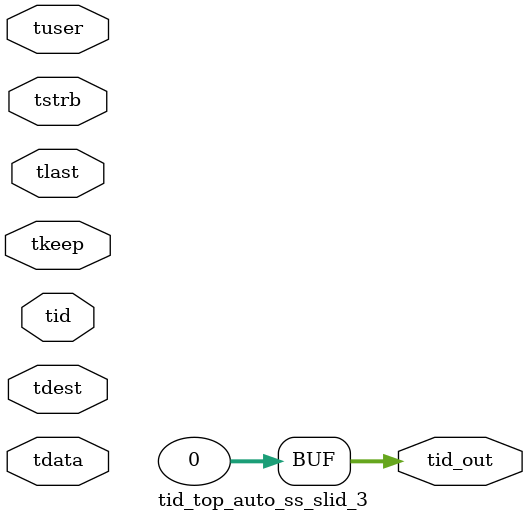
<source format=v>


`timescale 1ps/1ps

module tid_top_auto_ss_slid_3 #
(
parameter C_S_AXIS_TID_WIDTH   = 1,
parameter C_S_AXIS_TUSER_WIDTH = 0,
parameter C_S_AXIS_TDATA_WIDTH = 0,
parameter C_S_AXIS_TDEST_WIDTH = 0,
parameter C_M_AXIS_TID_WIDTH   = 32
)
(
input  [(C_S_AXIS_TID_WIDTH   == 0 ? 1 : C_S_AXIS_TID_WIDTH)-1:0       ] tid,
input  [(C_S_AXIS_TDATA_WIDTH == 0 ? 1 : C_S_AXIS_TDATA_WIDTH)-1:0     ] tdata,
input  [(C_S_AXIS_TUSER_WIDTH == 0 ? 1 : C_S_AXIS_TUSER_WIDTH)-1:0     ] tuser,
input  [(C_S_AXIS_TDEST_WIDTH == 0 ? 1 : C_S_AXIS_TDEST_WIDTH)-1:0     ] tdest,
input  [(C_S_AXIS_TDATA_WIDTH/8)-1:0 ] tkeep,
input  [(C_S_AXIS_TDATA_WIDTH/8)-1:0 ] tstrb,
input                                                                    tlast,
output [(C_M_AXIS_TID_WIDTH   == 0 ? 1 : C_M_AXIS_TID_WIDTH)-1:0       ] tid_out
);

assign tid_out = {1'b0};

endmodule


</source>
